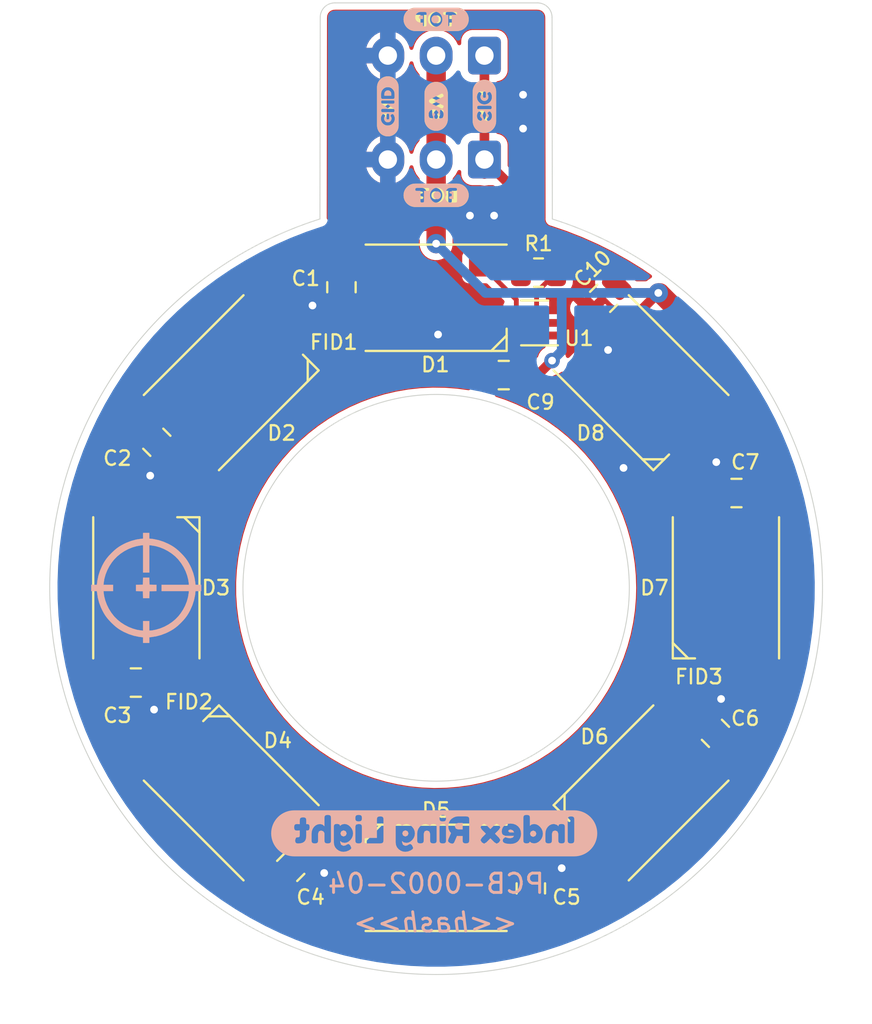
<source format=kicad_pcb>
(kicad_pcb (version 20221018) (generator pcbnew)
  (title_block (title "Index - Ring Light") (date "2021-09-14") (rev "04"))
  (layers (0 "F.Cu" signal) (31 "B.Cu" signal) (34 "B.Paste" user) (35 "F.Paste" user) (36 "B.SilkS" user "B.Silkscreen") (37 "F.SilkS" user "F.Silkscreen") (38 "B.Mask" user) (39 "F.Mask" user) (44 "Edge.Cuts" user))
  (net 0 "")
  (net 1 "Net-(D1-Pad2)")
  (net 2 "Net-(D2-Pad2)")
  (net 3 "Net-(D3-Pad2)")
  (net 4 "Net-(D4-Pad2)")
  (net 5 "Net-(D5-Pad2)")
  (net 6 "Net-(D6-Pad2)")
  (net 7 "Net-(D7-Pad2)")
  (net 9 "GND")
  (net 10 "+5V")
  (net 11 "Data_In_5V")
  (net 12 "Data_In_3V3")
  (net 13 "Net-(R1-Pad1)")
  (footprint "LED_SMD:LED_WS2812B_PLCC4_5.0x5.0mm_P3.2mm" (layer "F.Cu") (at 150 85)
    (fp_text reference "D1" (at -0.04 3.46) (layer "F.SilkS") (effects (font (size 0.75 0.75) (thickness 0.12))))
    (fp_text value "WS2812B")
    (pad "1" smd rect (at -2.45 -1.6) (size 1.5 1) (layers "F.Cu" "F.Paste" "F.Mask") (net 10 "+5V"))
    (pad "2" smd rect (at -2.45 1.6) (size 1.5 1) (layers "F.Cu" "F.Paste" "F.Mask") (net 1 "Net-(D1-Pad2)"))
    (pad "3" smd rect (at 2.45 1.6) (size 1.5 1) (layers "F.Cu" "F.Paste" "F.Mask") (net 9 "GND"))
    (pad "4" smd rect (at 2.45 -1.6) (size 1.5 1) (layers "F.Cu" "F.Paste" "F.Mask") (net 11 "Data_In_5V"))
  )
  (footprint "LED_SMD:LED_WS2812B_PLCC4_5.0x5.0mm_P3.2mm" (layer "F.Cu") (at 139.393399 89.393399 45)
    (fp_text reference "D2" (at 0 3.68629) (layer "F.SilkS") (effects (font (size 0.75 0.75) (thickness 0.12))))
    (fp_text value "WS2812B")
    (pad "1" smd rect (at -2.45 -1.6 45) (size 1.5 1) (layers "F.Cu" "F.Paste" "F.Mask") (net 10 "+5V"))
    (pad "2" smd rect (at -2.45 1.6 45) (size 1.5 1) (layers "F.Cu" "F.Paste" "F.Mask") (net 2 "Net-(D2-Pad2)"))
    (pad "3" smd rect (at 2.45 1.6 45) (size 1.5 1) (layers "F.Cu" "F.Paste" "F.Mask") (net 9 "GND"))
    (pad "4" smd rect (at 2.45 -1.6 45) (size 1.5 1) (layers "F.Cu" "F.Paste" "F.Mask") (net 1 "Net-(D1-Pad2)"))
  )
  (footprint "LED_SMD:LED_WS2812B_PLCC4_5.0x5.0mm_P3.2mm" (layer "F.Cu") (at 135 100 90)
    (fp_text reference "D3" (at 0 3.6) (layer "F.SilkS") (effects (font (size 0.75 0.75) (thickness 0.12))))
    (fp_text value "WS2812B")
    (pad "1" smd rect (at -2.45 -1.6 90) (size 1.5 1) (layers "F.Cu" "F.Paste" "F.Mask") (net 10 "+5V"))
    (pad "2" smd rect (at -2.45 1.6 90) (size 1.5 1) (layers "F.Cu" "F.Paste" "F.Mask") (net 3 "Net-(D3-Pad2)"))
    (pad "3" smd rect (at 2.45 1.6 90) (size 1.5 1) (layers "F.Cu" "F.Paste" "F.Mask") (net 9 "GND"))
    (pad "4" smd rect (at 2.45 -1.6 90) (size 1.5 1) (layers "F.Cu" "F.Paste" "F.Mask") (net 2 "Net-(D2-Pad2)"))
  )
  (footprint "LED_SMD:LED_WS2812B_PLCC4_5.0x5.0mm_P3.2mm" (layer "F.Cu") (at 139.393399 110.606601 135)
    (fp_text reference "D4" (at 0.212132 3.61558) (layer "F.SilkS") (effects (font (size 0.75 0.75) (thickness 0.12))))
    (fp_text value "WS2812B")
    (pad "1" smd rect (at -2.45 -1.6 135) (size 1.5 1) (layers "F.Cu" "F.Paste" "F.Mask") (net 10 "+5V"))
    (pad "2" smd rect (at -2.45 1.6 135) (size 1.5 1) (layers "F.Cu" "F.Paste" "F.Mask") (net 4 "Net-(D4-Pad2)"))
    (pad "3" smd rect (at 2.45 1.6 135) (size 1.5 1) (layers "F.Cu" "F.Paste" "F.Mask") (net 9 "GND"))
    (pad "4" smd rect (at 2.45 -1.6 135) (size 1.5 1) (layers "F.Cu" "F.Paste" "F.Mask") (net 3 "Net-(D3-Pad2)"))
  )
  (footprint "LED_SMD:LED_WS2812B_PLCC4_5.0x5.0mm_P3.2mm" (layer "F.Cu") (at 150 115 180)
    (fp_text reference "D5" (at 0 3.5 180) (layer "F.SilkS") (effects (font (size 0.75 0.75) (thickness 0.12))))
    (fp_text value "WS2812B")
    (pad "1" smd rect (at -2.45 -1.6 180) (size 1.5 1) (layers "F.Cu" "F.Paste" "F.Mask") (net 10 "+5V"))
    (pad "2" smd rect (at -2.45 1.6 180) (size 1.5 1) (layers "F.Cu" "F.Paste" "F.Mask") (net 5 "Net-(D5-Pad2)"))
    (pad "3" smd rect (at 2.45 1.6 180) (size 1.5 1) (layers "F.Cu" "F.Paste" "F.Mask") (net 9 "GND"))
    (pad "4" smd rect (at 2.45 -1.6 180) (size 1.5 1) (layers "F.Cu" "F.Paste" "F.Mask") (net 4 "Net-(D4-Pad2)"))
  )
  (footprint "LED_SMD:LED_WS2812B_PLCC4_5.0x5.0mm_P3.2mm" (layer "F.Cu") (at 160.606601 110.606601 -135)
    (fp_text reference "D6" (at -0.353553 3.757001) (layer "F.SilkS") (effects (font (size 0.75 0.75) (thickness 0.12))))
    (fp_text value "WS2812B")
    (pad "1" smd rect (at -2.45 -1.6 225) (size 1.5 1) (layers "F.Cu" "F.Paste" "F.Mask") (net 10 "+5V"))
    (pad "2" smd rect (at -2.45 1.6 225) (size 1.5 1) (layers "F.Cu" "F.Paste" "F.Mask") (net 6 "Net-(D6-Pad2)"))
    (pad "3" smd rect (at 2.45 1.6 225) (size 1.5 1) (layers "F.Cu" "F.Paste" "F.Mask") (net 9 "GND"))
    (pad "4" smd rect (at 2.45 -1.6 225) (size 1.5 1) (layers "F.Cu" "F.Paste" "F.Mask") (net 5 "Net-(D5-Pad2)"))
  )
  (footprint "LED_SMD:LED_WS2812B_PLCC4_5.0x5.0mm_P3.2mm" (layer "F.Cu") (at 165 100 -90)
    (fp_text reference "D7" (at 0 3.7 180) (layer "F.SilkS") (effects (font (size 0.75 0.75) (thickness 0.12))))
    (fp_text value "WS2812B")
    (pad "1" smd rect (at -2.45 -1.6 270) (size 1.5 1) (layers "F.Cu" "F.Paste" "F.Mask") (net 10 "+5V"))
    (pad "2" smd rect (at -2.45 1.6 270) (size 1.5 1) (layers "F.Cu" "F.Paste" "F.Mask") (net 7 "Net-(D7-Pad2)"))
    (pad "3" smd rect (at 2.45 1.6 270) (size 1.5 1) (layers "F.Cu" "F.Paste" "F.Mask") (net 9 "GND"))
    (pad "4" smd rect (at 2.45 -1.6 270) (size 1.5 1) (layers "F.Cu" "F.Paste" "F.Mask") (net 6 "Net-(D6-Pad2)"))
  )
  (footprint "LED_SMD:LED_WS2812B_PLCC4_5.0x5.0mm_P3.2mm" (layer "F.Cu") (at 160.606601 89.393399 -45)
    (fp_text reference "D8" (at 0 3.68629) (layer "F.SilkS") (effects (font (size 0.75 0.75) (thickness 0.12))))
    (fp_text value "WS2812B")
    (pad "1" smd rect (at -2.45 -1.6 315) (size 1.5 1) (layers "F.Cu" "F.Paste" "F.Mask") (net 10 "+5V"))
    (pad "2" smd rect (at -2.45 1.6 315) (size 1.5 1) (layers "F.Cu" "F.Paste" "F.Mask"))
    (pad "3" smd rect (at 2.45 1.6 315) (size 1.5 1) (layers "F.Cu" "F.Paste" "F.Mask") (net 9 "GND"))
    (pad "4" smd rect (at 2.45 -1.6 315) (size 1.5 1) (layers "F.Cu" "F.Paste" "F.Mask") (net 7 "Net-(D7-Pad2)"))
  )
  (footprint "Fiducial:Fiducial_1mm_Mask2mm" (layer "F.Cu") (at 145.75 89)
    (fp_text reference "FID1" (at -1.05 -1.7) (layer "F.SilkS") (effects (font (size 0.75 0.75) (thickness 0.12))))
    (fp_text value "Fiducial")
    (pad "" smd circle (at 0 0) (size 1 1) (layers "F.Cu" "F.Mask") (clearance 0.5))
  )
  (footprint "Fiducial:Fiducial_1mm_Mask2mm" (layer "F.Cu") (at 139.25 104.75)
    (fp_text reference "FID2" (at -2.05 1.15 180) (layer "F.SilkS") (effects (font (size 0.75 0.75) (thickness 0.12))))
    (fp_text value "Fiducial")
    (pad "" smd circle (at 0 0) (size 1 1) (layers "F.Cu" "F.Mask") (clearance 0.5))
  )
  (footprint "Fiducial:Fiducial_1mm_Mask2mm" (layer "F.Cu") (at 161 104.6)
    (fp_text reference "FID3" (at 2.6 0) (layer "F.SilkS") (effects (font (size 0.75 0.75) (thickness 0.12))))
    (fp_text value "Fiducial")
    (pad "" smd circle (at 0 0) (size 1 1) (layers "F.Cu" "F.Mask") (clearance 0.5))
  )
  (footprint "Capacitor_SMD:C_0805_2012Metric" (layer "F.Cu") (at 145.098496 84.454414 -90)
    (fp_text reference "C1" (at -0.454414 1.848496 180) (layer "F.SilkS") (effects (font (size 0.75 0.75) (thickness 0.12))))
    (fp_text value "100nF")
    (pad "1" smd roundrect (at -0.95 0 270) (size 1 1.45) (layers "F.Cu" "F.Paste" "F.Mask") (net 10 "+5V"))
    (pad "2" smd roundrect (at 0.95 0 270) (size 1 1.45) (layers "F.Cu" "F.Paste" "F.Mask") (net 9 "GND"))
  )
  (footprint "Capacitor_SMD:C_0805_2012Metric" (layer "F.Cu") (at 134.454414 104.901504)
    (fp_text reference "C3" (at -0.954414 1.698496) (layer "F.SilkS") (effects (font (size 0.75 0.75) (thickness 0.12))))
    (fp_text value "100nF")
    (pad "1" smd roundrect (at -0.95 0) (size 1 1.45) (layers "F.Cu" "F.Paste" "F.Mask") (net 10 "+5V"))
    (pad "2" smd roundrect (at 0.95 0) (size 1 1.45) (layers "F.Cu" "F.Paste" "F.Mask") (net 9 "GND"))
  )
  (footprint "Capacitor_SMD:C_0805_2012Metric" (layer "F.Cu") (at 154.901504 115.545586 90)
    (fp_text reference "C5" (at -0.454414 1.848496 180) (layer "F.SilkS") (effects (font (size 0.75 0.75) (thickness 0.12))))
    (fp_text value "100nF")
    (pad "1" smd roundrect (at -0.95 0 90) (size 1 1.45) (layers "F.Cu" "F.Paste" "F.Mask") (net 10 "+5V"))
    (pad "2" smd roundrect (at 0.95 0 90) (size 1 1.45) (layers "F.Cu" "F.Paste" "F.Mask") (net 9 "GND"))
  )
  (footprint "Capacitor_SMD:C_0805_2012Metric" (layer "F.Cu") (at 165.545586 95.098496 180)
    (fp_text reference "C7" (at -0.454414 1.598496 180) (layer "F.SilkS") (effects (font (size 0.75 0.75) (thickness 0.12))))
    (fp_text value "100nF")
    (pad "1" smd roundrect (at -0.95 0 180) (size 1 1.45) (layers "F.Cu" "F.Paste" "F.Mask") (net 10 "+5V"))
    (pad "2" smd roundrect (at 0.95 0 180) (size 1 1.45) (layers "F.Cu" "F.Paste" "F.Mask") (net 9 "GND"))
  )
  (footprint "Capacitor_SMD:C_0805_2012Metric" (layer "F.Cu") (at 164.458276 107.526502 135)
    (fp_text reference "C6" (at -0.541094 1.639233 180) (layer "F.SilkS") (effects (font (size 0.75 0.75) (thickness 0.12))))
    (fp_text value "100nF")
    (pad "1" smd roundrect (at -0.95 0 135) (size 1 1.45) (layers "F.Cu" "F.Paste" "F.Mask") (net 10 "+5V"))
    (pad "2" smd roundrect (at 0.949999 0 135) (size 1 1.45) (layers "F.Cu" "F.Paste" "F.Mask") (net 9 "GND"))
  )
  (footprint "Capacitor_SMD:C_0805_2012Metric" (layer "F.Cu") (at 135.541724 92.473498 -45)
    (fp_text reference "C2" (at -0.859292 2.028142) (layer "F.SilkS") (effects (font (size 0.75 0.75) (thickness 0.12))))
    (fp_text value "100nF")
    (pad "1" smd roundrect (at -0.95 0 315) (size 1 1.45) (layers "F.Cu" "F.Paste" "F.Mask") (net 10 "+5V"))
    (pad "2" smd roundrect (at 0.949999 0 315) (size 1 1.45) (layers "F.Cu" "F.Paste" "F.Mask") (net 9 "GND"))
  )
  (footprint "Capacitor_SMD:C_0805_2012Metric" (layer "F.Cu") (at 142.473498 114.458276 45)
    (fp_text reference "C4" (at -0.364317 1.81601 180) (layer "F.SilkS") (effects (font (size 0.75 0.75) (thickness 0.12))))
    (fp_text value "100nF")
    (pad "1" smd roundrect (at -0.95 0 45) (size 1 1.45) (layers "F.Cu" "F.Paste" "F.Mask") (net 10 "+5V"))
    (pad "2" smd roundrect (at 0.949999 0 45) (size 1 1.45) (layers "F.Cu" "F.Paste" "F.Mask") (net 9 "GND"))
  )
  (footprint "Connector_JST:JST_XH_S3B-XH-A-1_1x03_P2.50mm_Horizontal" (layer "F.Cu") (at 152.5 77.85 180)
    (fp_text reference "J2" hide)
    (fp_text value "Connector Horizontal")
    (pad "1" thru_hole roundrect (at 0 0 180) (size 1.7 1.95) (drill 0.95) (layers "*.Cu" "*.Mask") (roundrect_rratio 0.1470588235) (net 12 "Data_In_3V3"))
    (pad "2" thru_hole oval (at 2.5 0 180) (size 1.7 1.95) (drill 0.95) (layers "*.Cu" "*.Mask") (net 10 "+5V"))
    (pad "3" thru_hole oval (at 5 0 180) (size 1.7 1.95) (drill 0.95) (layers "*.Cu" "*.Mask") (net 9 "GND") (thermal_bridge_width 0.8))
  )
  (footprint "Resistor_SMD:R_0805_2012Metric" (layer "F.Cu") (at 155.3 83.7 180)
    (fp_text reference "R1" (at 0 1.5) (layer "F.SilkS") (effects (font (size 0.75 0.75) (thickness 0.12))))
    (fp_text value "330R")
    (pad "1" smd roundrect (at -0.9125 0 180) (size 1.025 1.4) (layers "F.Cu" "F.Paste" "F.Mask") (roundrect_rratio 0.2439014634) (net 13 "Net-(R1-Pad1)"))
    (pad "2" smd roundrect (at 0.9125 0 180) (size 1.025 1.4) (layers "F.Cu" "F.Paste" "F.Mask") (roundrect_rratio 0.2439014634) (net 12 "Data_In_3V3"))
  )
  (footprint "Package_TO_SOT_SMD:SOT-353_SC-70-5" (layer "F.Cu") (at 155.1 86.3 180)
    (fp_text reference "U1" (at -2.3 -0.8) (layer "F.SilkS") (effects (font (size 0.75 0.75) (thickness 0.12))))
    (fp_text value "74AHCT1G32")
    (pad "1" smd rect (at -0.95 -0.65 180) (size 0.65 0.4) (layers "F.Cu" "F.Paste" "F.Mask") (net 9 "GND"))
    (pad "2" smd rect (at -0.95 0 180) (size 0.65 0.4) (layers "F.Cu" "F.Paste" "F.Mask") (net 13 "Net-(R1-Pad1)"))
    (pad "3" smd rect (at -0.95 0.65 180) (size 0.65 0.4) (layers "F.Cu" "F.Paste" "F.Mask") (net 9 "GND"))
    (pad "4" smd rect (at 0.95 0.65 180) (size 0.65 0.4) (layers "F.Cu" "F.Paste" "F.Mask") (net 11 "Data_In_5V"))
    (pad "5" smd rect (at 0.95 -0.65 180) (size 0.65 0.4) (layers "F.Cu" "F.Paste" "F.Mask") (net 10 "+5V"))
  )
  (footprint "Capacitor_SMD:C_0805_2012Metric" (layer "F.Cu") (at 158.671751 85.028249 -135)
    (fp_text reference "C10" (at -0.676346 1.484924 45) (layer "F.SilkS") (effects (font (size 0.75 0.75) (thickness 0.12))))
    (fp_text value "100nF")
    (pad "1" smd roundrect (at -0.95 0 225) (size 1 1.45) (layers "F.Cu" "F.Paste" "F.Mask") (net 10 "+5V"))
    (pad "2" smd roundrect (at 0.95 0 225) (size 1 1.45) (layers "F.Cu" "F.Paste" "F.Mask") (net 9 "GND"))
  )
  (footprint "kibuzzard-61F2BC9E" (layer "F.Cu") (at 152.5 75.1 90)
    (fp_text reference "kibuzzard-61F2BC9E" hide)
    (fp_text value "G***" hide)
  )
  (footprint "kibuzzard-61F2BC96" (layer "F.Cu") (at 150 75.1 90)
    (fp_text reference "kibuzzard-61F2BC96" hide)
    (fp_text value "G***" hide)
  )
  (footprint "kibuzzard-61F2BC8D" (layer "F.Cu") (at 147.5 75.1 90)
    (fp_text reference "kibuzzard-61F2BC8D" hide)
    (fp_text value "G***" hide)
  )
  (footprint "Capacitor_SMD:C_0805_2012Metric" (layer "F.Cu") (at 153.5 89 180)
    (fp_text reference "C9" (at -1.9 -1.4 180) (layer "F.SilkS") (effects (font (size 0.75 0.75) (thickness 0.12))))
    (fp_text value "100nF")
    (pad "1" smd roundrect (at -0.95 0 180) (size 1 1.45) (layers "F.Cu" "F.Paste" "F.Mask") (net 10 "+5V"))
    (pad "2" smd roundrect (at 0.95 0 180) (size 1 1.45) (layers "F.Cu" "F.Paste" "F.Mask") (net 9 "GND"))
  )
  (footprint "kibuzzard-61F2BF4A" (layer "F.Cu") (at 150 79.7)
    (fp_text reference "kibuzzard-61F2BF4A" hide)
    (fp_text value "G***" hide)
  )
  (footprint "kibuzzard-61F2BEFE" (layer "F.Cu") (at 150 70.6)
    (fp_text reference "kibuzzard-61F2BEFE" hide)
    (fp_text value "G***" hide)
  )
  (footprint "index:logo" (layer "B.Cu") (at 135 100 180)
    (fp_text reference "LOGO" hide)
    (fp_text value "LOGO" hide)
  )
  (footprint "Connector_JST:JST_XH_B3B-XH-A_1x03_P2.50mm_Vertical" (layer "B.Cu") (at 152.5 72.475 180)
    (fp_text reference "J1" hide)
    (fp_text value "Connector Vertical")
    (pad "1" thru_hole roundrect (at 0 0 180) (size 1.7 1.95) (drill 0.95) (layers "*.Cu" "*.Mask") (roundrect_rratio 0.1470588235) (net 12 "Data_In_3V3"))
    (pad "2" thru_hole oval (at 2.5 0 180) (size 1.7 1.95) (drill 0.95) (layers "*.Cu" "*.Mask") (net 10 "+5V"))
    (pad "3" thru_hole oval (at 5 0 180) (size 1.7 1.95) (drill 0.95) (layers "*.Cu" "*.Mask") (net 9 "GND") (thermal_bridge_width 0.8))
  )
  (footprint "label" (layer "B.Cu") (at 149.9 112.7 180)
    (fp_text reference "svg2mod" hide)
    (fp_text value "n/a" hide)
  )
  (footprint "kibuzzard-61F2BC8D" (layer "B.Cu") (at 147.5 75.1 90)
    (fp_text reference "kibuzzard-61F2BC8D" hide)
    (fp_text value "G***" hide)
  )
  (footprint "kibuzzard-61F2BC9E" (layer "B.Cu") (at 152.5 75.1 90)
    (fp_text reference "kibuzzard-61F2BC9E" hide)
    (fp_text value "G***" hide)
  )
  (footprint "kibuzzard-61F2BF3C" (layer "B.Cu") (at 150 79.7 180)
    (fp_text reference "kibuzzard-61F2BF3C" hide)
    (fp_text value "G***" hide)
  )
  (footprint "kibuzzard-61F2BC96" (layer "B.Cu") (at 150 75.1 90)
    (fp_text reference "kibuzzard-61F2BC96" hide)
    (fp_text value "G***" hide)
  )
  (footprint "kibuzzard-61F2BF10" (layer "B.Cu") (at 150 70.6 180)
    (fp_text reference "kibuzzard-61F2BF10" hide)
    (fp_text value "G***" hide)
  )
  (gr_line (start 144.75 69.75) (end 155.25 69.75) (stroke (width 0.05)) (layer "Edge.Cuts"))
  (gr_arc (start 144 70.5) (mid 144.21967 69.96967) (end 144.75 69.75) (stroke (width 0.05)) (layer "Edge.Cuts"))
  (gr_line (start 156 70.5) (end 156.014116 80.925661) (stroke (width 0.05)) (layer "Edge.Cuts"))
  (gr_line (start 143.985884 80.925661) (end 144 70.5) (stroke (width 0.05)) (layer "Edge.Cuts"))
  (gr_arc (start 155.25 69.75) (mid 155.78033 69.96967) (end 156 70.5) (stroke (width 0.05)) (layer "Edge.Cuts"))
  (gr_circle (center 150 100) (end 160 100) (stroke (width 0.05)) (fill none) (layer "Edge.Cuts"))
  (gr_arc (start 156.014116 80.925661) (mid 150 120) (end 143.985884 80.925661) (stroke (width 0.05)) (layer "Edge.Cuts"))
  (gr_text "PCB-0002-04" (at 150 115.3) (layer "B.SilkS") (effects (font (size 1 1)) (justify mirror)))
  (gr_text "<<hash>>" (at 150 117.3) (layer "B.SilkS") (effects (font (size 1 1) (thickness 0.15) italic) (justify mirror)))
  (segment (start 140.064823 86.6) (end 139.99444 86.529617) (width 0.3) (layer "F.Cu") (net 1))
  (segment (start 147.55 86.6) (end 140.064823 86.6) (width 0.3) (layer "F.Cu") (net 1))
  (segment (start 138.792358 92.257181) (end 138.792358 92.307642) (width 0.3) (layer "F.Cu") (net 2))
  (segment (start 138.792358 92.307642) (end 133.55 97.55) (width 0.3) (layer "F.Cu") (net 2))
  (segment (start 133.55 97.55) (end 133.4 97.55) (width 0.3) (layer "F.Cu") (net 2))
  (segment (start 136.6 109.935177) (end 136.529617 110.00556) (width 0.3) (layer "F.Cu") (net 3))
  (segment (start 136.6 102.45) (end 136.6 109.935177) (width 0.3) (layer "F.Cu") (net 3))
  (segment (start 142.257181 111.207642) (end 142.457642 111.207642) (width 0.3) (layer "F.Cu") (net 4))
  (segment (start 142.457642 111.207642) (end 147.55 116.3) (width 0.3) (layer "F.Cu") (net 4))
  (segment (start 147.55 116.3) (end 147.55 116.6) (width 0.3) (layer "F.Cu") (net 4))
  (segment (start 152.45 113.4) (end 159.935177 113.4) (width 0.3) (layer "F.Cu") (net 5))
  (segment (start 159.935177 113.4) (end 160.00556 113.470383) (width 0.3) (layer "F.Cu") (net 5))
  (segment (start 161.307181 107.742819) (end 166.6 102.45) (width 0.3) (layer "F.Cu") (net 6))
  (segment (start 161.207642 107.742819) (end 161.307181 107.742819) (width 0.3) (layer "F.Cu") (net 6))
  (segment (start 163.4 90.064823) (end 163.470383 89.99444) (width 0.3) (layer "F.Cu") (net 7))
  (segment (start 163.4 97.55) (end 163.4 90.064823) (width 0.3) (layer "F.Cu") (net 7))
  (segment (start 154.901504 114.595586) (end 156.404414 114.595586) (width 1) (layer "F.Cu") (net 9))
  (segment (start 157.742819 111.207642) (end 160.042358 111.207642) (width 0.5) (layer "F.Cu") (net 9))
  (segment (start 151.254414 85.404414) (end 145.098496 85.404414) (width 0.5) (layer "F.Cu") (net 9))
  (segment (start 135.2 94.158724) (end 135.2 94.2) (width 1) (layer "F.Cu") (net 9))
  (segment (start 136.6 97.55) (end 135.404414 98.745586) (width 0.5) (layer "F.Cu") (net 9))
  (segment (start 160.042358 111.207642) (end 163.786525 107.463475) (width 0.5) (layer "F.Cu") (net 9))
  (segment (start 152.45 86.6) (end 151.254414 85.404414) (width 0.5) (layer "F.Cu") (net 9))
  (segment (start 145.098496 85.404414) (end 143.604414 85.404414) (width 1) (layer "F.Cu") (net 9))
  (segment (start 161.207642 92.257181) (end 159.7 93.8) (width 0.25) (layer "F.Cu") (net 9))
  (segment (start 135.404414 106.295586) (end 135.4 106.3) (width 1) (layer "F.Cu") (net 9))
  (segment (start 148.745586 114.595586) (end 154.901504 114.595586) (width 0.5) (layer "F.Cu") (net 9))
  (segment (start 135.404414 104.901504) (end 135.404414 106.295586) (width 1) (layer "F.Cu") (net 9))
  (segment (start 164.595586 95.098496) (end 164.595586 93.595586) (width 1) (layer "F.Cu") (net 9))
  (segment (start 143.604414 85.404414) (end 143.6 85.4) (width 1) (layer "F.Cu") (net 9))
  (segment (start 140.566366 88.792358) (end 136.213475 93.145249) (width 0.5) (layer "F.Cu") (net 9))
  (segment (start 144.205909 114.75) (end 144.108724 114.75) (width 1) (layer "F.Cu") (net 9))
  (segment (start 164.595586 93.595586) (end 164.5 93.5) (width 1) (layer "F.Cu") (net 9))
  (segment (start 163.786525 107.463475) (end 163.786525 106.854751) (width 0.5) (layer "F.Cu") (net 9))
  (segment (start 144.108724 114.75) (end 143.145249 113.786525) (width 1) (layer "F.Cu") (net 9))
  (segment (start 142.257181 88.792358) (end 140.566366 88.792358) (width 0.5) (layer "F.Cu") (net 9))
  (segment (start 136.213475 93.145249) (end 135.2 94.158724) (width 1) (layer "F.Cu") (net 9))
  (segment (start 135.404414 98.745586) (end 135.404414 104.901504) (width 0.5) (layer "F.Cu") (net 9))
  (segment (start 163.786525 106.854751) (end 164.75 105.891276) (width 1) (layer "F.Cu") (net 9))
  (segment (start 138.792358 107.742819) (end 138.792358 109.433634) (width 0.5) (layer "F.Cu") (net 9))
  (segment (start 156.404414 114.595586) (end 156.5 114.5) (width 1) (layer "F.Cu") (net 9))
  (segment (start 138.792358 109.433634) (end 143.145249 113.786525) (width 0.5) (layer "F.Cu") (net 9))
  (segment (start 164.75 105.891276) (end 164.75 105.75) (width 1) (layer "F.Cu") (net 9))
  (segment (start 147.55 113.4) (end 148.745586 114.595586) (width 0.5) (layer "F.Cu") (net 9))
  (via (at 164.5 93.5) (size 1) (drill 0.4) (layers "F.Cu" "B.Cu") (net 9))
  (via (at 156.5 114.5) (size 1) (drill 0.4) (layers "F.Cu" "B.Cu") (net 9))
  (via (at 135.4 106.3) (size 1) (drill 0.4) (layers "F.Cu" "B.Cu") (net 9))
  (via (at 164.75 105.75) (size 1) (drill 0.4) (layers "F.Cu" "B.Cu") (net 9))
  (via (at 144.205909 114.75) (size 1) (drill 0.4) (layers "F.Cu" "B.Cu") (net 9))
  (via (at 159.7 93.8) (size 1) (drill 0.4) (layers "F.Cu" "B.Cu") (net 9))
  (via (at 158.9 87.7) (size 1) (drill 0.4) (layers "F.Cu" "B.Cu") (net 9))
  (via (at 143.6 85.4) (size 1) (drill 0.4) (layers "F.Cu" "B.Cu") (net 9))
  (via (at 135.2 94.2) (size 1) (drill 0.4) (layers "F.Cu" "B.Cu") (net 9))
  (via (at 151.75 80.75) (size 0.8) (drill 0.4) (layers "F.Cu" "B.Cu") (net 9))
  (via (at 154.5 74.5) (size 0.8) (drill 0.4) (layers "F.Cu" "B.Cu") (net 9))
  (via (at 150.1 86.9) (size 1) (drill 0.4) (layers "F.Cu" "B.Cu") (net 9))
  (via (at 153 80.75) (size 0.8) (drill 0.4) (layers "F.Cu" "B.Cu") (net 9))
  (via (at 154.5 76.25) (size 0.8) (drill 0.4) (layers "F.Cu" "B.Cu") (net 9))
  (segment (start 168.070074 105.871323) (end 168.766078 102.972255) (width 1) (layer "F.Cu") (net 10))
  (segment (start 168.766078 102.972255) (end 169 100) (width 1) (layer "F.Cu") (net 10))
  (segment (start 169 100) (end 168.766078 97.027745) (width 1) (layer "F.Cu") (net 10))
  (segment (start 166.929124 108.625819) (end 168.070074 105.871323) (width 1) (layer "F.Cu") (net 10))
  (segment (start 152.972255 118.766078) (end 155.871323 118.070074) (width 1) (layer "F.Cu") (net 10))
  (segment (start 155.871323 118.070074) (end 158.625819 116.929124) (width 1) (layer "F.Cu") (net 10))
  (segment (start 158.625819 116.929124) (end 161.16792 115.371323) (width 1) (layer "F.Cu") (net 10))
  (segment (start 161.16792 115.371323) (end 163.435029 113.435029) (width 1) (layer "F.Cu") (net 10))
  (segment (start 163.435029 113.435029) (end 165.371323 111.16792) (width 1) (layer "F.Cu") (net 10))
  (segment (start 150 119) (end 152.972255 118.766078) (width 1) (layer "F.Cu") (net 10))
  (segment (start 168.766078 97.027745) (end 168.070074 94.128677) (width 1) (layer "F.Cu") (net 10))
  (segment (start 138.83208 115.371323) (end 141.374181 116.929124) (width 1) (layer "F.Cu") (net 10))
  (segment (start 134.628677 111.16792) (end 136.564971 113.435029) (width 1) (layer "F.Cu") (net 10))
  (segment (start 131.233922 102.972255) (end 131.929926 105.871323) (width 1) (layer "F.Cu") (net 10))
  (segment (start 147.027745 118.766078) (end 150 119) (width 1) (layer "F.Cu") (net 10))
  (segment (start 133.070876 108.625819) (end 134.628677 111.16792) (width 1) (layer "F.Cu") (net 10))
  (segment (start 136.564971 113.435029) (end 138.83208 115.371323) (width 1) (layer "F.Cu") (net 10))
  (segment (start 141.374181 116.929124) (end 144.128677 118.070074) (width 1) (layer "F.Cu") (net 10))
  (segment (start 131 100) (end 131.233922 102.972255) (width 1) (layer "F.Cu") (net 10))
  (segment (start 131.929926 105.871323) (end 133.070876 108.625819) (width 1) (layer "F.Cu") (net 10))
  (segment (start 144.128677 118.070074) (end 147.027745 118.766078) (width 1) (layer "F.Cu") (net 10))
  (segment (start 134.628677 88.83208) (end 133.070876 91.374181) (width 1) (layer "F.Cu") (net 10))
  (segment (start 144.128677 81.929926) (end 141.374181 83.070876) (width 1) (layer "F.Cu") (net 10))
  (segment (start 138.83208 84.628677) (end 136.564971 86.564971) (width 1) (layer "F.Cu") (net 10))
  (segment (start 136.564971 86.564971) (end 134.628677 88.83208) (width 1) (layer "F.Cu") (net 10))
  (segment (start 131.929926 94.128677) (end 131.233922 97.027745) (width 1) (layer "F.Cu") (net 10))
  (segment (start 141.374181 83.070876) (end 138.83208 84.628677) (width 1) (layer "F.Cu") (net 10))
  (segment (start 133.070876 91.374181) (end 131.929926 94.128677) (width 1) (layer "F.Cu") (net 10))
  (segment (start 131.233922 97.027745) (end 131 100) (width 1) (layer "F.Cu") (net 10))
  (segment (start 150 81) (end 147.027745 81.233922) (width 1) (layer "F.Cu") (net 10))
  (segment (start 147.027745 81.233922) (end 144.128677 81.929926) (width 1) (layer "F.Cu") (net 10))
  (segment (start 150 81) (end 150 82.2) (width 1) (layer "F.Cu") (net 10))
  (segment (start 154.901504 116.495586) (end 152.554414 116.495586) (width 0.5) (layer "F.Cu") (net 10))
  (segment (start 166.929124 108.625819) (end 165.592614 107.944834) (width 0.4) (layer "F.Cu") (net 10))
  (segment (start 163.435029 86.564971) (end 165.371323 88.83208) (width 1) (layer "F.Cu") (net 10))
  (segment (start 166.495586 95.098496) (end 166.495586 94.740106) (width 0.4) (layer "F.Cu") (net 10))
  (segment (start 141.374181 116.929124) (end 142.055166 115.592614) (width 0.4) (layer "F.Cu") (net 10))
  (segment (start 155.259894 116.495586) (end 155.407797 116.643489) (width 0.4) (layer "F.Cu") (net 10))
  (segment (start 156 88.25) (end 155.25 89) (width 0.5) (layer "F.Cu") (net 10))
  (segment (start 145.098496 83.504414) (end 147.445586 83.504414) (width 0.5) (layer "F.Cu") (net 10))
  (segment (start 160.037004 84.75) (end 159.443502 84.156498) (width 0.5) (layer "F.Cu") (net 10))
  (segment (start 166.6 97.55) (end 166.495586 97.445586) (width 0.5) (layer "F.Cu") (net 10))
  (segment (start 144.740106 83.504414) (end 144.592203 83.356511) (width 0.4) (layer "F.Cu") (net 10))
  (segment (start 165.383446 107.944834) (end 165.592614 107.944834) (width 0.4) (layer "F.Cu") (net 10))
  (segment (start 147.445586 83.504414) (end 147.55 83.4) (width 0.5) (layer "F.Cu") (net 10))
  (segment (start 133.504414 102.554414) (end 133.4 102.45) (width 0.5) (layer "F.Cu") (net 10))
  (segment (start 133.504414 104.901504) (end 133.504414 102.554414) (width 0.5) (layer "F.Cu") (net 10))
  (segment (start 161.583234 84.75) (end 162.713482 85.880248) (width 1) (layer "F.Cu") (net 10))
  (segment (start 160.00556 86.529617) (end 160.00556 86.24444) (width 0.5) (layer "F.Cu") (net 10))
  (segment (start 133.070876 91.374181) (end 134.407386 92.055166) (width 0.4) (layer "F.Cu") (net 10))
  (segment (start 133.504414 104.901504) (end 133.504414 105.259894) (width 0.4) (layer "F.Cu") (net 10))
  (segment (start 152.554414 116.495586) (end 152.45 116.6) (width 0.5) (layer "F.Cu") (net 10))
  (segment (start 166.929124 91.374181) (end 168.070074 94.128677) (width 1) (layer "F.Cu") (net 10))
  (segment (start 160.00556 86.24444) (end 161.5 84.75) (width 0.5) (layer "F.Cu") (net 10))
  (segment (start 140.142103 113.470383) (end 139.99444 113.470383) (width 0.5) (layer "F.Cu") (net 10))
  (segment (start 131.929926 105.871323) (end 133.356511 105.407797) (width 0.4) (layer "F.Cu") (net 10))
  (segment (start 163.470383 109.857897) (end 163.470383 110.00556) (width 0.5) (layer "F.Cu") (net 10))
  (segment (start 166.643489 94.592203) (end 168.070074 94.128677) (width 0.4) (layer "F.Cu") (net 10))
  (segment (start 154.15 88.7) (end 154.45 89) (width 0.5) (layer "F.Cu") (net 10))
  (segment (start 161.5 84.75) (end 161.583234 84.75) (width 1) (layer "F.Cu") (net 10))
  (segment (start 134.869973 91.801747) (end 136.529617 90.142103) (width 0.5) (layer "F.Cu") (net 10))
  (segment (start 150 81) (end 150 78.6) (width 1) (layer "F.Cu") (net 10))
  (segment (start 150 72.5) (end 150 78.6) (width 1) (layer "F.Cu") (net 10))
  (segment (start 165.371323 88.83208) (end 166.929124 91.374181) (width 1) (layer "F.Cu") (net 10))
  (segment (start 161.5 84.75) (end 160.037004 84.75) (width 0.5) (layer "F.Cu") (net 10))
  (segment (start 162.713482 85.880248) (end 163.435029 86.564971) (width 1) (layer "F.Cu") (net 10))
  (segment (start 134.869973 91.801747) (end 134.616554 92.055166) (width 0.4) (layer "F.Cu") (net 10))
  (segment (start 166.495586 94.740106) (end 166.643489 94.592203) (width 0.4) (layer "F.Cu") (net 10))
  (segment (start 141.801747 115.130027) (end 142.055166 115.383446) (width 0.4) (layer "F.Cu") (net 10))
  (segment (start 142.055166 115.383446) (end 142.055166 115.592614) (width 0.4) (layer "F.Cu") (net 10))
  (segment (start 165.130027 108.198253) (end 165.383446 107.944834) (width 0.4) (layer "F.Cu") (net 10))
  (segment (start 136.529617 90.142103) (end 136.529617 89.99444) (width 0.5) (layer "F.Cu") (net 10))
  (segment (start 144.128677 81.929926) (end 144.592203 83.356511) (width 0.4) (layer "F.Cu") (net 10))
  (segment (start 133.504414 105.259894) (end 133.356511 105.407797) (width 0.4) (layer "F.Cu") (net 10))
  (segment (start 155.25 89) (end 154.45 89) (width 0.5) (layer "F.Cu") (net 10))
  (segment (start 165.371323 111.16792) (end 166.929124 108.625819) (width 1) (layer "F.Cu") (net 10))
  (segment (start 134.616554 92.055166) (end 134.407386 92.055166) (width 0.4) (layer "F.Cu") (net 10))
  (segment (start 154.15 86.95) (end 154.15 88.7) (width 0.5) (layer "F.Cu") (net 10))
  (segment (start 141.801747 115.130027) (end 140.142103 113.470383) (width 0.5) (layer "F.Cu") (net 10))
  (segment (start 155.407797 116.643489) (end 155.871323 118.070074) (width 0.4) (layer "F.Cu") (net 10))
  (segment (start 145.098496 83.504414) (end 144.740106 83.504414) (width 0.4) (layer "F.Cu") (net 10))
  (segment (start 165.130027 108.198253) (end 163.470383 109.857897) (width 0.5) (layer "F.Cu") (net 10))
  (segment (start 154.901504 116.495586) (end 155.259894 116.495586) (width 0.4) (layer "F.Cu") (net 10))
  (segment (start 166.495586 97.445586) (end 166.495586 95.098496) (width 0.5) (layer "F.Cu") (net 10))
  (via (at 150 82.2) (size 1) (drill 0.4) (layers "F.Cu" "B.Cu") (net 10))
  (via (at 161.5 84.75) (size 1) (drill 0.4) (layers "F.Cu" "B.Cu") (net 10))
  (via (at 156 88.25) (size 0.8) (drill 0.4) (layers "F.Cu" "B.Cu") (net 10))
  (segment (start 156 88.25) (end 156.5 87.75) (width 0.5) (layer "B.Cu") (net 10))
  (segment (start 152.55 84.75) (end 150 82.2) (width 0.5) (layer "B.Cu") (net 10))
  (segment (start 161.5 84.75) (end 156.5 84.75) (width 0.5) (layer "B.Cu") (net 10))
  (segment (start 156.5 84.75) (end 152.55 84.75) (width 0.5) (layer "B.Cu") (net 10))
  (segment (start 156.5 87.75) (end 156.5 84.75) (width 0.5) (layer "B.Cu") (net 10))
  (segment (start 154.15 85.1) (end 154.15 85.65) (width 0.25) (layer "F.Cu") (net 11))
  (segment (start 152.45 83.4) (end 154.15 85.1) (width 0.25) (layer "F.Cu") (net 11))
  (segment (start 152.5 72.475) (end 152.5 78.6) (width 0.5) (layer "F.Cu") (net 12))
  (segment (start 154.3875 83.7) (end 154.3875 79.7375) (width 0.5) (layer "F.Cu") (net 12))
  (segment (start 154.3875 79.7375) (end 152.5 77.85) (width 0.5) (layer "F.Cu") (net 12))
  (segment (start 155.6 86.3) (end 155.2 85.9) (width 0.25) (layer "F.Cu") (net 13))
  (segment (start 155.2 85.9) (end 155.2 84.7125) (width 0.25) (layer "F.Cu") (net 13))
  (segment (start 156.05 86.3) (end 155.6 86.3) (width 0.25) (layer "F.Cu") (net 13))
  (segment (start 155.2 84.7125) (end 156.2125 83.7) (width 0.25) (layer "F.Cu") (net 13))
  (zone (net 9) (net_name "GND") (layer "F.Cu") (connect_pads (clearance 0.35)) (min_thickness 0.2) (fill yes (thermal_gap 0.3) (thermal_bridge_width 0.5))
    (polygon (pts (xy 156.014116 80.925661) (xy 156.18034 80.97887) (xy 157.167359 81.328391) (xy 158.134733 81.729091) (xy 159.07981 82.17987) (xy 160 82.679492) (xy 160.892781 83.226589) (xy 161.755705 83.81966) (xy 162.586408 84.457081) (xy 163.382612 85.137103) (xy 164.142136 85.857864) (xy 164.862897 86.617388) (xy 165.542919 87.413592) (xy 166.18034 88.244295) (xy 166.773411 89.107219) (xy 167.320508 90) (xy 167.82013 90.92019) (xy 168.270909 91.865267) (xy 168.671609 92.832641) (xy 169.02113 93.81966) (xy 169.318517 94.823619) (xy 169.562952 95.841766) (xy 169.753767 96.871311) (xy 169.890438 97.909431) (xy 169.972591 98.953281) (xy 170 100) (xy 169.972591 101.046719) (xy 169.890438 102.090569) (xy 169.753767 103.128689) (xy 169.562952 104.158234) (xy 169.318517 105.176381) (xy 169.02113 106.18034) (xy 168.671609 107.167359) (xy 168.270909 108.134733) (xy 167.82013 109.07981) (xy 167.320508 110) (xy 166.773411 110.892781) (xy 166.18034 111.755705) (xy 165.542919 112.586408) (xy 164.862897 113.382612) (xy 164.142136 114.142136) (xy 163.382612 114.862897) (xy 162.586408 115.542919) (xy 161.755705 116.18034) (xy 160.892781 116.773411) (xy 160 117.320508) (xy 159.07981 117.82013) (xy 158.134733 118.270909) (xy 157.167359 118.671609) (xy 156.18034 119.02113) (xy 155.176381 119.318517) (xy 154.158234 119.562952) (xy 153.128689 119.753767) (xy 152.090569 119.890438) (xy 151.046719 119.972591) (xy 150 120) (xy 148.953281 119.972591) (xy 147.909431 119.890438) (xy 146.871311 119.753767) (xy 145.841766 119.562952) (xy 144.823619 119.318517) (xy 143.81966 119.02113) (xy 142.832641 118.671609) (xy 141.865267 118.270909) (xy 140.92019 117.82013) (xy 140 117.320508) (xy 139.107219 116.773411) (xy 138.244295 116.18034) (xy 137.413592 115.542919) (xy 136.617388 114.862897) (xy 135.857864 114.142136) (xy 135.137103 113.382612) (xy 134.457081 112.586408) (xy 133.81966 111.755705) (xy 133.226589 110.892781) (xy 132.679492 110) (xy 132.17987 109.07981) (xy 131.729091 108.134733) (xy 131.328391 107.167359) (xy 130.97887 106.18034) (xy 130.681483 105.176381) (xy 130.437048 104.158234) (xy 130.246233 103.128689) (xy 130.109562 102.090569) (xy 130.027409 101.046719) (xy 130 100) (xy 130.027409 98.953281) (xy 130.109562 97.909431) (xy 130.246233 96.871311) (xy 130.437048 95.841766) (xy 130.681483 94.823619) (xy 130.97887 93.81966) (xy 131.328391 92.832641) (xy 131.729091 91.865267) (xy 132.17987 90.92019) (xy 132.679492 90) (xy 133.226589 89.107219) (xy 133.81966 88.244295) (xy 134.457081 87.413592) (xy 135.137103 86.617388) (xy 135.857864 85.857864) (xy 136.617388 85.137103) (xy 137.413592 84.457081) (xy 138.244295 83.81966) (xy 139.107219 83.226589) (xy 140 82.679492) (xy 140.92019 82.17987) (xy 141.865267 81.729091) (xy 142.832641 81.328391) (xy 143.81966 80.97887) (xy 143.985884 80.925661) (xy 144 70) (xy 156.014116 70)))
  )
  (zone (net 9) (net_name "GND") (layer "B.Cu") (connect_pads (clearance 0.4)) (min_thickness 0.25) (fill yes (thermal_gap 0.3) (thermal_bridge_width 0.5))
    (polygon (pts (xy 156.014116 80.925661) (xy 156.18034 80.97887) (xy 157.167359 81.328391) (xy 158.134733 81.729091) (xy 159.07981 82.17987) (xy 160 82.679492) (xy 160.892781 83.226589) (xy 161.755705 83.81966) (xy 162.586408 84.457081) (xy 163.382612 85.137103) (xy 164.142136 85.857864) (xy 164.862897 86.617388) (xy 165.542919 87.413592) (xy 166.18034 88.244295) (xy 166.773411 89.107219) (xy 167.320508 90) (xy 167.82013 90.92019) (xy 168.270909 91.865267) (xy 168.671609 92.832641) (xy 169.02113 93.81966) (xy 169.318517 94.823619) (xy 169.562952 95.841766) (xy 169.753767 96.871311) (xy 169.890438 97.909431) (xy 169.972591 98.953281) (xy 170 100) (xy 169.972591 101.046719) (xy 169.890438 102.090569) (xy 169.753767 103.128689) (xy 169.562952 104.158234) (xy 169.318517 105.176381) (xy 169.02113 106.18034) (xy 168.671609 107.167359) (xy 168.270909 108.134733) (xy 167.82013 109.07981) (xy 167.320508 110) (xy 166.773411 110.892781) (xy 166.18034 111.755705) (xy 165.542919 112.586408) (xy 164.862897 113.382612) (xy 164.142136 114.142136) (xy 163.382612 114.862897) (xy 162.586408 115.542919) (xy 161.755705 116.18034) (xy 160.892781 116.773411) (xy 160 117.320508) (xy 159.07981 117.82013) (xy 158.134733 118.270909) (xy 157.167359 118.671609) (xy 156.18034 119.02113) (xy 155.176381 119.318517) (xy 154.158234 119.562952) (xy 153.128689 119.753767) (xy 152.090569 119.890438) (xy 151.046719 119.972591) (xy 150 120) (xy 148.953281 119.972591) (xy 147.909431 119.890438) (xy 146.871311 119.753767) (xy 145.841766 119.562952) (xy 144.823619 119.318517) (xy 143.81966 119.02113) (xy 142.832641 118.671609) (xy 141.865267 118.270909) (xy 140.92019 117.82013) (xy 140 117.320508) (xy 139.107219 116.773411) (xy 138.244295 116.18034) (xy 137.413592 115.542919) (xy 136.617388 114.862897) (xy 135.857864 114.142136) (xy 135.137103 113.382612) (xy 134.457081 112.586408) (xy 133.81966 111.755705) (xy 133.226589 110.892781) (xy 132.679492 110) (xy 132.17987 109.07981) (xy 131.729091 108.134733) (xy 131.328391 107.167359) (xy 130.97887 106.18034) (xy 130.681483 105.176381) (xy 130.437048 104.158234) (xy 130.246233 103.128689) (xy 130.109562 102.090569) (xy 130.027409 101.046719) (xy 130 100) (xy 130.027409 98.953281) (xy 130.109562 97.909431) (xy 130.246233 96.871311) (xy 130.437048 95.841766) (xy 130.681483 94.823619) (xy 130.97887 93.81966) (xy 131.328391 92.832641) (xy 131.729091 91.865267) (xy 132.17987 90.92019) (xy 132.679492 90) (xy 133.226589 89.107219) (xy 133.81966 88.244295) (xy 134.457081 87.413592) (xy 135.137103 86.617388) (xy 135.857864 85.857864) (xy 136.617388 85.137103) (xy 137.413592 84.457081) (xy 138.244295 83.81966) (xy 139.107219 83.226589) (xy 140 82.679492) (xy 140.92019 82.17987) (xy 141.865267 81.729091) (xy 142.832641 81.328391) (xy 143.81966 80.97887) (xy 143.985884 80.925661) (xy 143.985884 70) (xy 156.014116 70)))
  )
)
</source>
